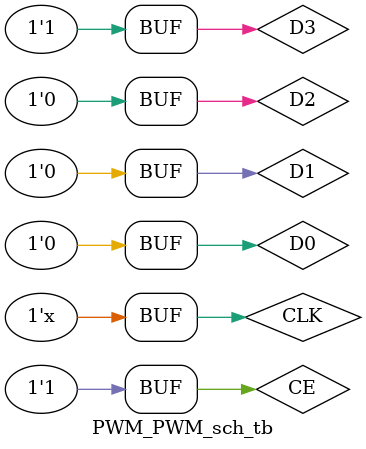
<source format=v>

`timescale 1ns / 1ps

module PWM_PWM_sch_tb();

// Inputs
   reg CLK;
   reg D0;
   reg D1;
   reg D2;
   reg D3;
   reg CE;

// Output
   wire PWM;
   wire XLXN_37;
   wire XLXN_38;

// Bidirs

// Instantiate the UUT
   PWM UUT (
		.CLK(CLK), 
		.D0(D0), 
		.D1(D1), 
		.D2(D2), 
		.D3(D3), 
		.CE(CE), 
		.PWM(PWM), 
		.XLXN_37(XLXN_37), 
		.XLXN_38(XLXN_38)
   );
// Initialize Inputs
   initial begin
		CLK = 0;
		D0 = 0;
		D1 = 0;
		D2 = 0;
		D3 = 1;
		CE = 1;
		
		#10;	
   end
	always begin
		#5 CLK = ~CLK;
	end
endmodule

</source>
